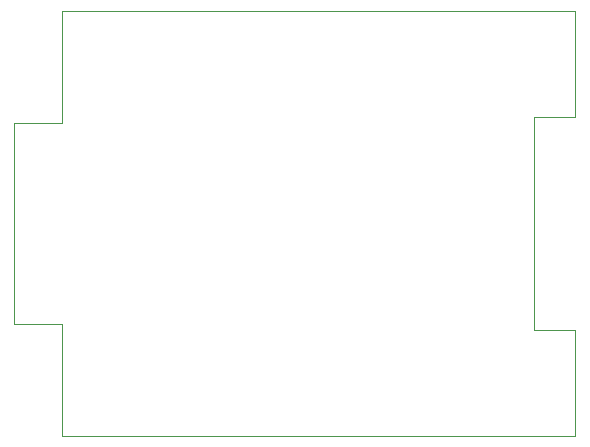
<source format=gm1>
G04 #@! TF.GenerationSoftware,KiCad,Pcbnew,5.1.2*
G04 #@! TF.CreationDate,2019-05-05T16:50:57+02:00*
G04 #@! TF.ProjectId,nixieboard,6e697869-6562-46f6-9172-642e6b696361,rev?*
G04 #@! TF.SameCoordinates,Original*
G04 #@! TF.FileFunction,Profile,NP*
%FSLAX46Y46*%
G04 Gerber Fmt 4.6, Leading zero omitted, Abs format (unit mm)*
G04 Created by KiCad (PCBNEW 5.1.2) date 2019-05-05 16:50:57*
%MOMM*%
%LPD*%
G04 APERTURE LIST*
%ADD10C,0.050000*%
G04 APERTURE END LIST*
D10*
X162500000Y-95000000D02*
X162500000Y-104000000D01*
X162500000Y-77000000D02*
X162500000Y-68000000D01*
X159000000Y-77000000D02*
X162500000Y-77000000D01*
X159000000Y-95000000D02*
X159000000Y-77000000D01*
X162500000Y-95000000D02*
X159000000Y-95000000D01*
X119000000Y-104000000D02*
X162500000Y-104000000D01*
X119000000Y-94500000D02*
X119000000Y-104000000D01*
X115000000Y-94500000D02*
X119000000Y-94500000D01*
X115000000Y-77500000D02*
X115000000Y-94500000D01*
X119000000Y-77500000D02*
X115000000Y-77500000D01*
X119000000Y-68000000D02*
X119000000Y-77500000D01*
X119000000Y-68000000D02*
X162500000Y-68000000D01*
M02*

</source>
